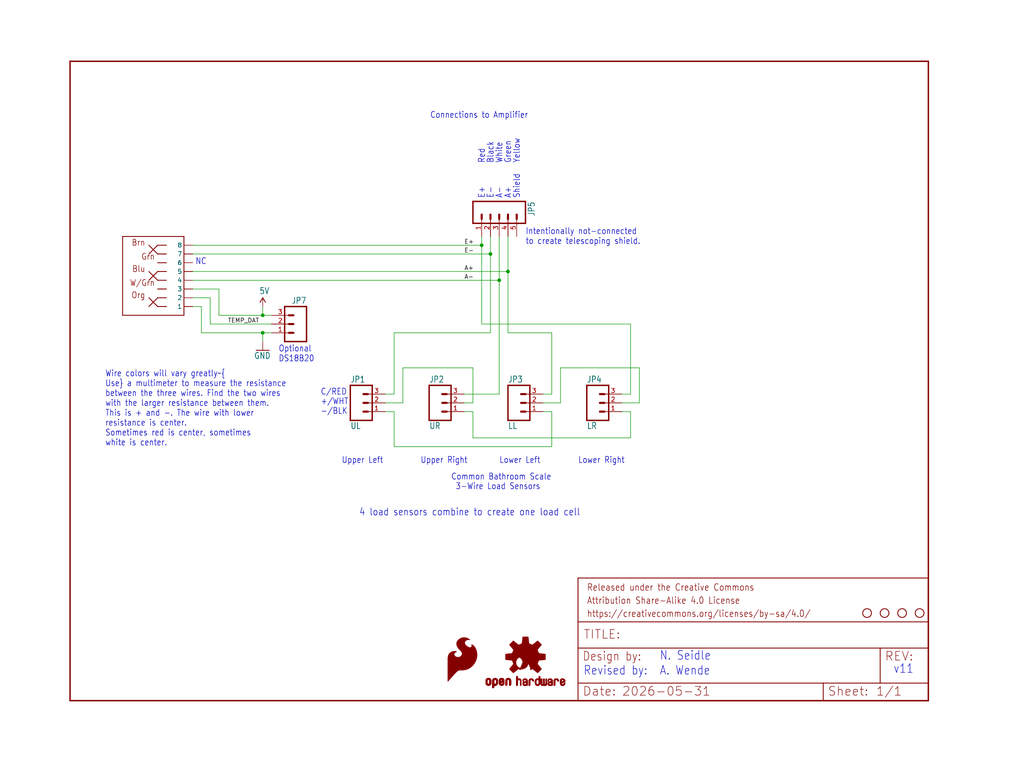
<source format=kicad_sch>
(kicad_sch (version 20231120) (generator "eeschema") (generator_version "8.0")
  (paper "User" 297.002 223.926)
  (lib_symbols
    (symbol "SparkFun Load Sensor Combinator v11-eagle-import:5V" (power)
      (symbol "5V_1_0"
        (pin power_in line (at 0 0 90) (length 2.54) (name "5V") (number "1"))
      )
    )
    (symbol "SparkFun Load Sensor Combinator v11-eagle-import:FRAME-LETTER"
      (symbol "FRAME-LETTER_2_0"
        (text "${#}/${##}" (at 86.36 1.27 0) (effects (font (size 2.54 2.54)) (justify left bottom)))
        (text "${CURRENT_DATE}" (at 12.7 1.27 0) (effects (font (size 2.54 2.54)) (justify left bottom)))
        (text "${PROJECTNAME}" (at 15.494 17.78 0) (effects (font (size 2.7432 2.7432)) (justify left bottom)))
        (text "Attribution Share-Alike 4.0 License" (at 2.54 27.94 0) (effects (font (size 1.9304 1.6408)) (justify left bottom)))
        (text "Date:" (at 1.27 1.27 0) (effects (font (size 2.54 2.54)) (justify left bottom)))
        (text "Design by:" (at 1.27 11.43 0) (effects (font (size 2.54 2.159)) (justify left bottom)))
        (text "https://creativecommons.org/licenses/by-sa/4.0/" (at 2.54 24.13 0) (effects (font (size 1.9304 1.6408)) (justify left bottom)))
        (text "Released under the Creative Commons" (at 2.54 31.75 0) (effects (font (size 1.9304 1.6408)) (justify left bottom)))
        (text "REV:" (at 88.9 11.43 0) (effects (font (size 2.54 2.54)) (justify left bottom)))
        (text "Sheet:" (at 72.39 1.27 0) (effects (font (size 2.54 2.54)) (justify left bottom)))
        (text "TITLE:" (at 1.524 17.78 0) (effects (font (size 2.54 2.54)) (justify left bottom)))
      )
    )
    (symbol "SparkFun Load Sensor Combinator v11-eagle-import:GND" (power)
      (symbol "GND_1_0"
        (pin power_in line (at 0 2.54 270) (length 2.54) (name "GND") (number "1"))
      )
    )
    (symbol "SparkFun Load Sensor Combinator v11-eagle-import:M03PTH"
      (property "Reference" "JP" (at -2.54 5.842 0))
      (symbol "M03PTH_1_0"
        (pin passive line (at 7.62 -2.54 180) (length 5.08) (name "1") (number "1"))
        (pin passive line (at 7.62 0 180) (length 5.08) (name "2") (number "2"))
        (pin passive line (at 7.62 2.54 180) (length 5.08) (name "3") (number "3"))
      )
    )
    (symbol "SparkFun Load Sensor Combinator v11-eagle-import:M05PTH"
      (property "Reference" "JP" (at -2.54 8.382 0))
      (symbol "M05PTH_1_0"
        (pin passive line (at 7.62 -5.08 180) (length 5.08) (name "1") (number "1"))
        (pin passive line (at 7.62 -2.54 180) (length 5.08) (name "2") (number "2"))
        (pin passive line (at 7.62 0 180) (length 5.08) (name "3") (number "3"))
        (pin passive line (at 7.62 2.54 180) (length 5.08) (name "4") (number "4"))
        (pin passive line (at 7.62 5.08 180) (length 5.08) (name "5") (number "5"))
      )
    )
    (symbol "SparkFun Load Sensor Combinator v11-eagle-import:OSHW-LOGOS")
    (symbol "SparkFun Load Sensor Combinator v11-eagle-import:RJ45-8PTH"
      (symbol "RJ45-8PTH_1_0"
        (text "Blu" (at 6.096 -2.286 0) (effects (font (size 1.778 1.5113)) (justify left bottom)))
        (text "Brn" (at 6.096 -9.906 0) (effects (font (size 1.778 1.5113)) (justify left bottom)))
        (text "Grn" (at 3.302 -5.842 0) (effects (font (size 1.778 1.5113)) (justify left bottom)))
        (text "Org" (at 6.096 5.334 0) (effects (font (size 1.778 1.5113)) (justify left bottom)))
        (text "W/Grn" (at 3.302 1.778 0) (effects (font (size 1.778 1.5113)) (justify left bottom)))
        (pin bidirectional line (at -7.62 7.62 0) (length 2.54) (name "1") (number "1"))
        (pin bidirectional line (at -7.62 5.08 0) (length 2.54) (name "2") (number "2"))
        (pin bidirectional line (at -7.62 2.54 0) (length 2.54) (name "3") (number "3"))
        (pin bidirectional line (at -7.62 0 0) (length 2.54) (name "4") (number "4"))
        (pin bidirectional line (at -7.62 -2.54 0) (length 2.54) (name "5") (number "5"))
        (pin bidirectional line (at -7.62 -5.08 0) (length 2.54) (name "6") (number "6"))
        (pin bidirectional line (at -7.62 -7.62 0) (length 2.54) (name "7") (number "7"))
        (pin bidirectional line (at -7.62 -10.16 0) (length 2.54) (name "8") (number "8"))
      )
    )
    (symbol "SparkFun Load Sensor Combinator v11-eagle-import:SFE_LOGO_FLAME.1_INCH")
    (symbol "SparkFun Load Sensor Combinator v11-eagle-import:STAND-OFF")
  )
  (junction (at 76.2 91.44))
  (junction (at 147.32 78.74))
  (junction (at 139.7 71.12))
  (junction (at 76.2 96.52))
  (junction (at 144.78 81.28))
  (junction (at 142.24 73.66))
  (wire (pts (xy 160.02 114.3) (xy 157.48 114.3)) (stroke (width 0.1524)))
  (wire (pts (xy 142.24 96.52) (xy 114.3 96.52)) (stroke (width 0.1524)))
  (wire (pts (xy 182.88 119.38) (xy 182.88 127)) (stroke (width 0.1524)))
  (wire (pts (xy 142.24 73.66) (xy 55.88 73.66)) (stroke (width 0.1524)))
  (wire (pts (xy 116.84 106.68) (xy 116.84 116.84)) (stroke (width 0.1524)))
  (wire (pts (xy 185.42 106.68) (xy 162.56 106.68)) (stroke (width 0.1524)))
  (wire (pts (xy 139.7 93.98) (xy 182.88 93.98)) (stroke (width 0.1524)))
  (wire (pts (xy 139.7 93.98) (xy 139.7 71.12)) (stroke (width 0.1524)))
  (wire (pts (xy 134.62 114.3) (xy 144.78 114.3)) (stroke (width 0.1524)))
  (wire (pts (xy 137.16 116.84) (xy 137.16 106.68)) (stroke (width 0.1524)))
  (wire (pts (xy 137.16 127) (xy 137.16 119.38)) (stroke (width 0.1524)))
  (wire (pts (xy 180.34 114.3) (xy 182.88 114.3)) (stroke (width 0.1524)))
  (wire (pts (xy 76.2 96.52) (xy 78.74 96.52)) (stroke (width 0.1524)))
  (wire (pts (xy 147.32 78.74) (xy 55.88 78.74)) (stroke (width 0.1524)))
  (wire (pts (xy 137.16 119.38) (xy 134.62 119.38)) (stroke (width 0.1524)))
  (wire (pts (xy 180.34 119.38) (xy 182.88 119.38)) (stroke (width 0.1524)))
  (wire (pts (xy 139.7 71.12) (xy 139.7 68.58)) (stroke (width 0.1524)))
  (wire (pts (xy 182.88 114.3) (xy 182.88 93.98)) (stroke (width 0.1524)))
  (wire (pts (xy 60.96 93.98) (xy 78.74 93.98)) (stroke (width 0.1524)))
  (wire (pts (xy 63.5 83.82) (xy 63.5 91.44)) (stroke (width 0.1524)))
  (wire (pts (xy 160.02 129.54) (xy 114.3 129.54)) (stroke (width 0.1524)))
  (wire (pts (xy 147.32 68.58) (xy 147.32 78.74)) (stroke (width 0.1524)))
  (wire (pts (xy 76.2 91.44) (xy 78.74 91.44)) (stroke (width 0.1524)))
  (wire (pts (xy 114.3 129.54) (xy 114.3 119.38)) (stroke (width 0.1524)))
  (wire (pts (xy 185.42 116.84) (xy 185.42 106.68)) (stroke (width 0.1524)))
  (wire (pts (xy 55.88 83.82) (xy 63.5 83.82)) (stroke (width 0.1524)))
  (wire (pts (xy 160.02 96.52) (xy 160.02 114.3)) (stroke (width 0.1524)))
  (wire (pts (xy 139.7 71.12) (xy 55.88 71.12)) (stroke (width 0.1524)))
  (wire (pts (xy 63.5 91.44) (xy 76.2 91.44)) (stroke (width 0.1524)))
  (wire (pts (xy 58.42 96.52) (xy 76.2 96.52)) (stroke (width 0.1524)))
  (wire (pts (xy 180.34 116.84) (xy 185.42 116.84)) (stroke (width 0.1524)))
  (wire (pts (xy 147.32 96.52) (xy 147.32 78.74)) (stroke (width 0.1524)))
  (wire (pts (xy 114.3 114.3) (xy 111.76 114.3)) (stroke (width 0.1524)))
  (wire (pts (xy 58.42 88.9) (xy 58.42 96.52)) (stroke (width 0.1524)))
  (wire (pts (xy 147.32 96.52) (xy 160.02 96.52)) (stroke (width 0.1524)))
  (wire (pts (xy 137.16 106.68) (xy 116.84 106.68)) (stroke (width 0.1524)))
  (wire (pts (xy 55.88 86.36) (xy 60.96 86.36)) (stroke (width 0.1524)))
  (wire (pts (xy 182.88 127) (xy 137.16 127)) (stroke (width 0.1524)))
  (wire (pts (xy 55.88 88.9) (xy 58.42 88.9)) (stroke (width 0.1524)))
  (wire (pts (xy 162.56 116.84) (xy 157.48 116.84)) (stroke (width 0.1524)))
  (wire (pts (xy 114.3 96.52) (xy 114.3 114.3)) (stroke (width 0.1524)))
  (wire (pts (xy 162.56 106.68) (xy 162.56 116.84)) (stroke (width 0.1524)))
  (wire (pts (xy 134.62 116.84) (xy 137.16 116.84)) (stroke (width 0.1524)))
  (wire (pts (xy 144.78 68.58) (xy 144.78 81.28)) (stroke (width 0.1524)))
  (wire (pts (xy 76.2 96.52) (xy 76.2 99.06)) (stroke (width 0.1524)))
  (wire (pts (xy 157.48 119.38) (xy 160.02 119.38)) (stroke (width 0.1524)))
  (wire (pts (xy 142.24 96.52) (xy 142.24 73.66)) (stroke (width 0.1524)))
  (wire (pts (xy 60.96 86.36) (xy 60.96 93.98)) (stroke (width 0.1524)))
  (wire (pts (xy 144.78 81.28) (xy 55.88 81.28)) (stroke (width 0.1524)))
  (wire (pts (xy 144.78 114.3) (xy 144.78 81.28)) (stroke (width 0.1524)))
  (wire (pts (xy 160.02 119.38) (xy 160.02 129.54)) (stroke (width 0.1524)))
  (wire (pts (xy 76.2 88.9) (xy 76.2 91.44)) (stroke (width 0.1524)))
  (wire (pts (xy 116.84 116.84) (xy 111.76 116.84)) (stroke (width 0.1524)))
  (wire (pts (xy 114.3 119.38) (xy 111.76 119.38)) (stroke (width 0.1524)))
  (wire (pts (xy 142.24 73.66) (xy 142.24 68.58)) (stroke (width 0.1524)))
  (text "Connections to Amplifier" (at 124.714 34.544 0) (effects (font (size 1.778 1.5113)) (justify left bottom)))
  (text "N. Seidle" (at 191.262 191.77 0) (effects (font (size 2.54 2.159)) (justify left bottom)))
  (text "Revised by:" (at 169.164 196.088 0) (effects (font (size 2.54 2.159)) (justify left bottom)))
  (text "Upper Right" (at 121.92 134.62 0) (effects (font (size 1.778 1.5113)) (justify left bottom)))
  (text "Lower Right" (at 167.64 134.62 0) (effects (font (size 1.778 1.5113)) (justify left bottom)))
  (text "Yellow" (at 150.876 47.498 90) (effects (font (size 1.778 1.5113)) (justify left bottom)))
  (text "White" (at 145.796 47.498 90) (effects (font (size 1.778 1.5113)) (justify left bottom)))
  (text "Upper Left" (at 99.06 134.62 0) (effects (font (size 1.778 1.5113)) (justify left bottom)))
  (text "Common Bathroom Scale" (at 130.81 139.446 0) (effects (font (size 1.778 1.5113)) (justify left bottom)))
  (text "A. Wende" (at 191.262 196.088 0) (effects (font (size 2.54 2.159)) (justify left bottom)))
  (text "E-" (at 143.256 57.658 90) (effects (font (size 1.778 1.5113)) (justify left bottom)))
  (text "Red" (at 140.716 47.498 90) (effects (font (size 1.778 1.5113)) (justify left bottom)))
  (text "A-" (at 145.796 57.658 90) (effects (font (size 1.778 1.5113)) (justify left bottom)))
  (text "Lower Left" (at 144.78 134.62 0) (effects (font (size 1.778 1.5113)) (justify left bottom)))
  (text "v11" (at 259.08 195.58 0) (effects (font (size 2.54 2.159)) (justify left bottom)))
  (text "C/RED" (at 92.964 114.808 0) (effects (font (size 1.778 1.5113)) (justify left bottom)))
  (text "Intentionally not-connected\nto create telescoping shield." (at 152.4 71.12 0) (effects (font (size 1.778 1.5113)) (justify left bottom)))
  (text "Shield" (at 150.876 57.658 90) (effects (font (size 1.778 1.5113)) (justify left bottom)))
  (text "Black" (at 143.256 47.498 90) (effects (font (size 1.778 1.5113)) (justify left bottom)))
  (text "-/BLK" (at 92.964 120.396 0) (effects (font (size 1.778 1.5113)) (justify left bottom)))
  (text "3-Wire Load Sensors" (at 132.08 142.24 0) (effects (font (size 1.778 1.5113)) (justify left bottom)))
  (text "Wire colors will vary greatly~{\nUse} a multimeter to measure the resistance\nbetween the three wires. Find the two wires\nwith the larger resistance between them.\nThis is + and -. The wire with lower\nresistance is center.\nSometimes red is center, sometimes\nwhite is center." (at 30.48 129.54 0) (effects (font (size 1.778 1.5113)) (justify left bottom)))
  (text "4 load sensors combine to create one load cell" (at 104.14 149.86 0) (effects (font (size 2.032 1.7272)) (justify left bottom)))
  (text "Optional\nDS18B20" (at 80.772 105.156 0) (effects (font (size 1.778 1.5113)) (justify left bottom)))
  (text "+/WHT" (at 92.964 117.602 0) (effects (font (size 1.778 1.5113)) (justify left bottom)))
  (text "E+" (at 140.716 57.658 90) (effects (font (size 1.778 1.5113)) (justify left bottom)))
  (text "Green" (at 148.336 47.498 90) (effects (font (size 1.778 1.5113)) (justify left bottom)))
  (text "A+" (at 148.336 57.658 90) (effects (font (size 1.778 1.5113)) (justify left bottom)))
  (text "NC" (at 56.642 76.962 0) (effects (font (size 1.778 1.5113)) (justify left bottom)))
  (label "A-" (at 134.62 81.28 0) (effects (font (size 1.2446 1.2446))))
  (label "A+" (at 134.62 78.74 0) (effects (font (size 1.2446 1.2446))))
  (label "E-" (at 134.62 73.66 0) (effects (font (size 1.2446 1.2446))))
  (label "E+" (at 134.62 71.12 0) (effects (font (size 1.2446 1.2446))))
  (label "TEMP_DAT" (at 66.04 93.98 0) (effects (font (size 1.2446 1.2446))))
  (symbol (lib_id "SparkFun Load Sensor Combinator v11-eagle-import:STAND-OFF") (at 251.46 177.8 0) (unit 1)
    (property "Reference" "STANDOFF4" (effects (hide yes)))
    (property "Value" "STAND-OFF" (effects (hide yes)))
    (property "Footprint" "SparkFun Load Sensor Combinator v11:STAND-OFF" (effects (hide yes)))
  )
  (symbol (lib_id "SparkFun Load Sensor Combinator v11-eagle-import:M03PTH") (at 172.72 116.84 0) (unit 1)
    (property "Reference" "JP4" (at 170.18 110.998 0) (effects (font (size 1.778 1.5113)) (justify left bottom)))
    (property "Value" "LR" (at 170.18 124.46 0) (effects (font (size 1.778 1.5113)) (justify left bottom)))
    (property "Footprint" "SparkFun Load Sensor Combinator v11:1X03" (effects (hide yes)))
  )
  (symbol (lib_id "SparkFun Load Sensor Combinator v11-eagle-import:STAND-OFF") (at 256.54 177.8 0) (unit 1)
    (property "Reference" "STANDOFF3" (effects (hide yes)))
    (property "Value" "STAND-OFF" (effects (hide yes)))
    (property "Footprint" "SparkFun Load Sensor Combinator v11:STAND-OFF" (effects (hide yes)))
  )
  (symbol (lib_id "SparkFun Load Sensor Combinator v11-eagle-import:M03PTH") (at 86.36 93.98 0) (mirror y) (unit 1)
    (property "Reference" "JP7" (at 88.9 88.138 0) (effects (font (size 1.778 1.5113)) (justify left bottom)))
    (property "Value" "M03PTH" (effects (hide yes)))
    (property "Footprint" "SparkFun Load Sensor Combinator v11:1X03" (effects (hide yes)))
  )
  (symbol (lib_id "SparkFun Load Sensor Combinator v11-eagle-import:FRAME-LETTER") (at 167.64 203.2 0) (unit 2)
    (property "Reference" "FRAME1" (effects (hide yes)))
    (property "Value" "FRAME-LETTER" (effects (hide yes)))
    (property "Footprint" "SparkFun Load Sensor Combinator v11:CREATIVE_COMMONS" (effects (hide yes)))
    (property "DESIGNER" "N. Seidle" (effects (hide yes)))
    (property "VERSION" "v02" (effects (hide yes)))
  )
  (symbol (lib_id "SparkFun Load Sensor Combinator v11-eagle-import:M03PTH") (at 149.86 116.84 0) (unit 1)
    (property "Reference" "JP3" (at 147.32 110.998 0) (effects (font (size 1.778 1.5113)) (justify left bottom)))
    (property "Value" "LL" (at 147.32 124.46 0) (effects (font (size 1.778 1.5113)) (justify left bottom)))
    (property "Footprint" "SparkFun Load Sensor Combinator v11:1X03" (effects (hide yes)))
  )
  (symbol (lib_id "SparkFun Load Sensor Combinator v11-eagle-import:STAND-OFF") (at 261.62 177.8 0) (unit 1)
    (property "Reference" "STANDOFF2" (effects (hide yes)))
    (property "Value" "STAND-OFF" (effects (hide yes)))
    (property "Footprint" "SparkFun Load Sensor Combinator v11:STAND-OFF" (effects (hide yes)))
  )
  (symbol (lib_id "SparkFun Load Sensor Combinator v11-eagle-import:5V") (at 76.2 88.9 0) (unit 1)
    (property "Reference" "#SUPPLY1" (effects (hide yes)))
    (property "Value" "5V" (at 75.184 85.344 0) (effects (font (size 1.778 1.5113)) (justify left bottom)))
  )
  (symbol (lib_id "SparkFun Load Sensor Combinator v11-eagle-import:SFE_LOGO_FLAME.1_INCH") (at 129.54 198.12 0) (unit 1)
    (property "Reference" "LOGO3" (effects (hide yes)))
    (property "Value" "SFE_LOGO_FLAME.1_INCH" (effects (hide yes)))
    (property "Footprint" "SparkFun Load Sensor Combinator v11:SFE_LOGO_FLAME_.1" (effects (hide yes)))
  )
  (symbol (lib_id "SparkFun Load Sensor Combinator v11-eagle-import:STAND-OFF") (at 266.7 177.8 0) (unit 1)
    (property "Reference" "STANDOFF1" (effects (hide yes)))
    (property "Value" "STAND-OFF" (effects (hide yes)))
    (property "Footprint" "SparkFun Load Sensor Combinator v11:STAND-OFF" (effects (hide yes)))
  )
  (symbol (lib_id "SparkFun Load Sensor Combinator v11-eagle-import:M05PTH") (at 144.78 60.96 270) (unit 1)
    (property "Reference" "JP5" (at 153.162 58.42 0) (effects (font (size 1.778 1.5113)) (justify left bottom)))
    (property "Value" "M05PTH" (effects (hide yes)))
    (property "Footprint" "SparkFun Load Sensor Combinator v11:1X05" (effects (hide yes)))
  )
  (symbol (lib_id "SparkFun Load Sensor Combinator v11-eagle-import:M03PTH") (at 127 116.84 0) (unit 1)
    (property "Reference" "JP2" (at 124.46 110.998 0) (effects (font (size 1.778 1.5113)) (justify left bottom)))
    (property "Value" "UR" (at 124.46 124.46 0) (effects (font (size 1.778 1.5113)) (justify left bottom)))
    (property "Footprint" "SparkFun Load Sensor Combinator v11:1X03" (effects (hide yes)))
  )
  (symbol (lib_id "SparkFun Load Sensor Combinator v11-eagle-import:RJ45-8PTH") (at 48.26 81.28 180) (unit 1)
    (property "Reference" "JP6" (effects (hide yes)))
    (property "Value" "RJ45" (effects (hide yes)))
    (property "Footprint" "SparkFun Load Sensor Combinator v11:RJ45-8" (effects (hide yes)))
  )
  (symbol (lib_id "SparkFun Load Sensor Combinator v11-eagle-import:OSHW-LOGOS") (at 152.4 190.5 0) (unit 1)
    (property "Reference" "U$7" (effects (hide yes)))
    (property "Value" "OSHW-LOGOS" (effects (hide yes)))
    (property "Footprint" "SparkFun Load Sensor Combinator v11:OSHW-LOGO-S" (effects (hide yes)))
  )
  (symbol (lib_id "SparkFun Load Sensor Combinator v11-eagle-import:GND") (at 76.2 101.6 0) (unit 1)
    (property "Reference" "#GND1" (effects (hide yes)))
    (property "Value" "GND" (at 73.66 104.14 0) (effects (font (size 1.778 1.5113)) (justify left bottom)))
  )
  (symbol (lib_id "SparkFun Load Sensor Combinator v11-eagle-import:M03PTH") (at 104.14 116.84 0) (unit 1)
    (property "Reference" "JP1" (at 101.6 110.998 0) (effects (font (size 1.778 1.5113)) (justify left bottom)))
    (property "Value" "UL" (at 101.6 124.46 0) (effects (font (size 1.778 1.5113)) (justify left bottom)))
    (property "Footprint" "SparkFun Load Sensor Combinator v11:1X03" (effects (hide yes)))
  )
  (symbol (lib_id "SparkFun Load Sensor Combinator v11-eagle-import:FRAME-LETTER") (at 20.32 203.2 0) (unit 1)
    (property "Reference" "FRAME1" (effects (hide yes)))
    (property "Value" "FRAME-LETTER" (effects (hide yes)))
    (property "Footprint" "SparkFun Load Sensor Combinator v11:CREATIVE_COMMONS" (effects (hide yes)))
    (property "DESIGNER" "N. Seidle" (effects (hide yes)))
    (property "VERSION" "v02" (effects (hide yes)))
  )
)
</source>
